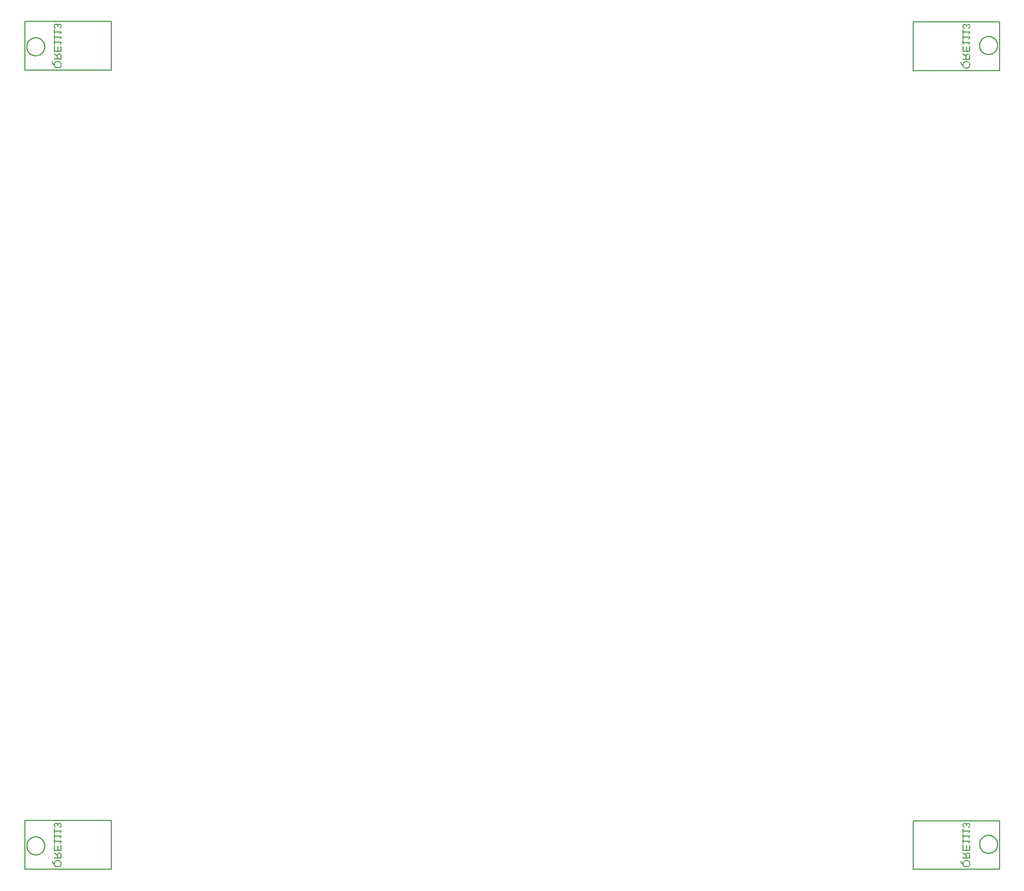
<source format=gbr>
G04 EAGLE Gerber RS-274X export*
G75*
%MOMM*%
%FSLAX34Y34*%
%LPD*%
%INSilkscreen Bottom*%
%IPPOS*%
%AMOC8*
5,1,8,0,0,1.08239X$1,22.5*%
G01*
G04 Define Apertures*
%ADD10C,0.127000*%
G36*
X55757Y7962D02*
X55298Y7972D01*
X54853Y8003D01*
X54422Y8055D01*
X54005Y8127D01*
X53602Y8220D01*
X53213Y8334D01*
X52838Y8468D01*
X52477Y8623D01*
X52133Y8797D01*
X51809Y8991D01*
X51504Y9203D01*
X51218Y9433D01*
X50952Y9682D01*
X50705Y9950D01*
X50478Y10236D01*
X50270Y10541D01*
X50083Y10863D01*
X49918Y11199D01*
X49775Y11551D01*
X49654Y11917D01*
X49555Y12298D01*
X49478Y12695D01*
X49423Y13106D01*
X49390Y13532D01*
X48968Y13673D01*
X48577Y13823D01*
X48217Y13983D01*
X47889Y14153D01*
X47592Y14332D01*
X47326Y14521D01*
X47092Y14720D01*
X46889Y14929D01*
X46714Y15150D01*
X46562Y15385D01*
X46433Y15635D01*
X46328Y15900D01*
X46246Y16179D01*
X46187Y16474D01*
X46152Y16782D01*
X46140Y17105D01*
X46153Y17482D01*
X46189Y17867D01*
X46249Y18262D01*
X46333Y18665D01*
X47507Y18665D01*
X47421Y18150D01*
X47400Y17901D01*
X47393Y17657D01*
X47401Y17439D01*
X47424Y17230D01*
X47462Y17031D01*
X47516Y16842D01*
X47585Y16662D01*
X47669Y16492D01*
X47768Y16332D01*
X47883Y16181D01*
X48016Y16039D01*
X48167Y15904D01*
X48338Y15776D01*
X48527Y15655D01*
X48964Y15433D01*
X49477Y15240D01*
X49576Y15809D01*
X49717Y16345D01*
X49901Y16850D01*
X50128Y17322D01*
X50398Y17763D01*
X50711Y18171D01*
X51067Y18548D01*
X51466Y18892D01*
X51901Y19200D01*
X52364Y19467D01*
X52857Y19693D01*
X53379Y19878D01*
X53930Y20021D01*
X54510Y20124D01*
X55119Y20185D01*
X55757Y20206D01*
X56235Y20195D01*
X56697Y20160D01*
X57143Y20103D01*
X57573Y20023D01*
X57986Y19920D01*
X58383Y19795D01*
X58764Y19646D01*
X59129Y19475D01*
X59476Y19282D01*
X59801Y19068D01*
X60105Y18834D01*
X60387Y18580D01*
X60649Y18306D01*
X60889Y18011D01*
X61108Y17695D01*
X61306Y17359D01*
X61481Y17006D01*
X61633Y16636D01*
X61762Y16251D01*
X61868Y15851D01*
X61949Y15435D01*
X62008Y15003D01*
X62043Y14556D01*
X62055Y14093D01*
X62048Y13736D01*
X62029Y13390D01*
X61996Y13053D01*
X61950Y12727D01*
X61892Y12410D01*
X61820Y12103D01*
X61735Y11807D01*
X61638Y11520D01*
X61527Y11243D01*
X61403Y10976D01*
X61266Y10719D01*
X61116Y10471D01*
X60953Y10234D01*
X60777Y10007D01*
X60386Y9582D01*
X59949Y9202D01*
X59471Y8873D01*
X59217Y8727D01*
X58953Y8595D01*
X58679Y8474D01*
X58395Y8367D01*
X58100Y8272D01*
X57796Y8189D01*
X57481Y8120D01*
X57157Y8063D01*
X56822Y8019D01*
X56477Y7987D01*
X56122Y7968D01*
X55757Y7962D01*
G37*
%LPC*%
G36*
X55757Y9661D02*
X56326Y9679D01*
X56861Y9733D01*
X57365Y9823D01*
X57835Y9950D01*
X58273Y10112D01*
X58679Y10311D01*
X59052Y10546D01*
X59392Y10817D01*
X59696Y11121D01*
X59959Y11455D01*
X60182Y11819D01*
X60364Y12214D01*
X60506Y12638D01*
X60607Y13093D01*
X60668Y13578D01*
X60688Y14093D01*
X60668Y14603D01*
X60606Y15084D01*
X60504Y15535D01*
X60360Y15957D01*
X60175Y16349D01*
X59949Y16711D01*
X59683Y17044D01*
X59375Y17346D01*
X59031Y17616D01*
X58656Y17850D01*
X58250Y18048D01*
X57813Y18210D01*
X57346Y18336D01*
X56847Y18426D01*
X56318Y18480D01*
X55757Y18498D01*
X55172Y18480D01*
X54621Y18427D01*
X54104Y18337D01*
X53621Y18212D01*
X53173Y18052D01*
X52758Y17855D01*
X52377Y17623D01*
X52031Y17355D01*
X51722Y17054D01*
X51454Y16721D01*
X51227Y16358D01*
X51042Y15964D01*
X50898Y15538D01*
X50795Y15081D01*
X50733Y14594D01*
X50712Y14075D01*
X50734Y13570D01*
X50798Y13094D01*
X50904Y12646D01*
X51053Y12226D01*
X51244Y11834D01*
X51479Y11471D01*
X51755Y11136D01*
X52074Y10830D01*
X52430Y10556D01*
X52815Y10318D01*
X53231Y10117D01*
X53676Y9953D01*
X54151Y9825D01*
X54657Y9734D01*
X55192Y9679D01*
X55757Y9661D01*
G37*
%LPD*%
G36*
X61871Y22521D02*
X49530Y22521D01*
X49530Y24194D01*
X54654Y24194D01*
X54654Y28039D01*
X49530Y31244D01*
X49530Y33171D01*
X52583Y31159D01*
X54846Y29668D01*
X54919Y30011D01*
X55012Y30335D01*
X55128Y30640D01*
X55265Y30926D01*
X55357Y31082D01*
X55423Y31193D01*
X55604Y31441D01*
X55805Y31670D01*
X56029Y31879D01*
X56270Y32067D01*
X56525Y32230D01*
X56793Y32368D01*
X57075Y32480D01*
X57371Y32568D01*
X57681Y32631D01*
X58004Y32668D01*
X58341Y32681D01*
X58746Y32663D01*
X59127Y32610D01*
X59486Y32521D01*
X59822Y32397D01*
X60136Y32238D01*
X60426Y32043D01*
X60693Y31812D01*
X60938Y31547D01*
X61157Y31248D01*
X61346Y30920D01*
X61506Y30562D01*
X61638Y30175D01*
X61740Y29758D01*
X61812Y29311D01*
X61856Y28834D01*
X61871Y28328D01*
X61871Y22521D01*
G37*
%LPC*%
G36*
X60531Y24194D02*
X60531Y28161D01*
X60522Y28495D01*
X60495Y28809D01*
X60451Y29102D01*
X60390Y29376D01*
X60310Y29629D01*
X60213Y29862D01*
X60098Y30075D01*
X59966Y30268D01*
X59817Y30439D01*
X59651Y30588D01*
X59470Y30714D01*
X59273Y30816D01*
X59060Y30896D01*
X58830Y30953D01*
X58585Y30988D01*
X58324Y30999D01*
X58053Y30988D01*
X57798Y30954D01*
X57559Y30898D01*
X57335Y30819D01*
X57126Y30717D01*
X56933Y30593D01*
X56756Y30446D01*
X56594Y30277D01*
X56449Y30087D01*
X56324Y29878D01*
X56217Y29650D01*
X56131Y29404D01*
X56063Y29139D01*
X56015Y28855D01*
X55986Y28553D01*
X55976Y28232D01*
X55976Y24194D01*
X60531Y24194D01*
G37*
%LPD*%
G36*
X61871Y35458D02*
X49530Y35458D01*
X49530Y45180D01*
X50896Y45180D01*
X50896Y37131D01*
X55197Y37131D01*
X55197Y44296D01*
X56546Y44296D01*
X56546Y37131D01*
X60504Y37131D01*
X60504Y44821D01*
X61871Y44821D01*
X61871Y35458D01*
G37*
G36*
X52701Y73920D02*
X52299Y73987D01*
X51924Y74082D01*
X51573Y74205D01*
X51248Y74357D01*
X50948Y74537D01*
X50673Y74745D01*
X50424Y74982D01*
X50200Y75247D01*
X50002Y75538D01*
X49830Y75853D01*
X49685Y76191D01*
X49566Y76553D01*
X49474Y76939D01*
X49408Y77348D01*
X49368Y77781D01*
X49355Y78238D01*
X49370Y78727D01*
X49413Y79187D01*
X49487Y79618D01*
X49589Y80020D01*
X49721Y80394D01*
X49882Y80738D01*
X50072Y81053D01*
X50292Y81339D01*
X50538Y81593D01*
X50809Y81814D01*
X51103Y82000D01*
X51422Y82153D01*
X51765Y82272D01*
X52131Y82357D01*
X52522Y82408D01*
X52937Y82425D01*
X53226Y82413D01*
X53503Y82377D01*
X53767Y82316D01*
X54019Y82232D01*
X54258Y82124D01*
X54484Y81991D01*
X54698Y81835D01*
X54899Y81654D01*
X55084Y81452D01*
X55249Y81230D01*
X55395Y80990D01*
X55521Y80730D01*
X55627Y80451D01*
X55714Y80153D01*
X55780Y79836D01*
X55827Y79499D01*
X55862Y79499D01*
X55936Y79805D01*
X56024Y80092D01*
X56127Y80361D01*
X56245Y80611D01*
X56377Y80842D01*
X56525Y81054D01*
X56688Y81247D01*
X56865Y81422D01*
X57057Y81577D01*
X57263Y81711D01*
X57483Y81825D01*
X57716Y81918D01*
X57963Y81990D01*
X58224Y82042D01*
X58499Y82073D01*
X58788Y82083D01*
X59163Y82067D01*
X59516Y82019D01*
X59848Y81938D01*
X60160Y81826D01*
X60450Y81681D01*
X60718Y81504D01*
X60966Y81295D01*
X61192Y81054D01*
X61394Y80784D01*
X61569Y80488D01*
X61718Y80166D01*
X61839Y79818D01*
X61933Y79444D01*
X62001Y79045D01*
X62041Y78619D01*
X62055Y78168D01*
X62041Y77753D01*
X62002Y77357D01*
X61935Y76981D01*
X61842Y76623D01*
X61723Y76285D01*
X61577Y75967D01*
X61404Y75667D01*
X61205Y75387D01*
X60982Y75131D01*
X60739Y74903D01*
X60474Y74703D01*
X60189Y74532D01*
X59883Y74389D01*
X59556Y74275D01*
X59209Y74188D01*
X58840Y74130D01*
X58718Y75716D01*
X58954Y75750D01*
X59176Y75802D01*
X59385Y75870D01*
X59580Y75955D01*
X59762Y76057D01*
X59930Y76176D01*
X60084Y76312D01*
X60224Y76465D01*
X60349Y76632D01*
X60458Y76811D01*
X60550Y77003D01*
X60625Y77208D01*
X60683Y77425D01*
X60725Y77654D01*
X60750Y77896D01*
X60758Y78151D01*
X60749Y78429D01*
X60723Y78689D01*
X60678Y78932D01*
X60615Y79157D01*
X60534Y79364D01*
X60436Y79554D01*
X60319Y79726D01*
X60185Y79880D01*
X60035Y80017D01*
X59872Y80135D01*
X59696Y80235D01*
X59507Y80317D01*
X59305Y80381D01*
X59090Y80426D01*
X58862Y80454D01*
X58621Y80463D01*
X58379Y80452D01*
X58149Y80418D01*
X57933Y80362D01*
X57731Y80284D01*
X57543Y80184D01*
X57368Y80061D01*
X57206Y79916D01*
X57058Y79749D01*
X56926Y79561D01*
X56811Y79356D01*
X56714Y79132D01*
X56634Y78890D01*
X56572Y78629D01*
X56528Y78351D01*
X56502Y78054D01*
X56493Y77739D01*
X56493Y76881D01*
X55127Y76881D01*
X55127Y77774D01*
X55118Y78129D01*
X55091Y78462D01*
X55047Y78774D01*
X54985Y79065D01*
X54906Y79334D01*
X54809Y79581D01*
X54694Y79807D01*
X54562Y80012D01*
X54414Y80193D01*
X54252Y80351D01*
X54076Y80484D01*
X53886Y80593D01*
X53683Y80678D01*
X53466Y80738D01*
X53235Y80775D01*
X52990Y80787D01*
X52709Y80776D01*
X52447Y80744D01*
X52203Y80691D01*
X51976Y80617D01*
X51767Y80522D01*
X51576Y80405D01*
X51402Y80267D01*
X51247Y80108D01*
X51109Y79930D01*
X50990Y79737D01*
X50889Y79527D01*
X50807Y79301D01*
X50742Y79059D01*
X50697Y78802D01*
X50669Y78528D01*
X50660Y78238D01*
X50668Y77949D01*
X50694Y77677D01*
X50737Y77420D01*
X50797Y77180D01*
X50874Y76956D01*
X50968Y76747D01*
X51079Y76555D01*
X51207Y76379D01*
X51353Y76219D01*
X51515Y76075D01*
X51695Y75947D01*
X51892Y75836D01*
X52105Y75740D01*
X52336Y75660D01*
X52584Y75597D01*
X52849Y75549D01*
X52701Y73920D01*
G37*
G36*
X50870Y47322D02*
X49530Y47322D01*
X49530Y55056D01*
X50870Y55056D01*
X50870Y52052D01*
X61871Y52052D01*
X61871Y50598D01*
X59865Y47681D01*
X58376Y47681D01*
X60364Y50466D01*
X50870Y50466D01*
X50870Y47322D01*
G37*
G36*
X50870Y55978D02*
X49530Y55978D01*
X49530Y63712D01*
X50870Y63712D01*
X50870Y60708D01*
X61871Y60708D01*
X61871Y59254D01*
X59865Y56337D01*
X58376Y56337D01*
X60364Y59123D01*
X50870Y59123D01*
X50870Y55978D01*
G37*
G36*
X50870Y64635D02*
X49530Y64635D01*
X49530Y72368D01*
X50870Y72368D01*
X50870Y69364D01*
X61871Y69364D01*
X61871Y67910D01*
X59865Y64994D01*
X58376Y64994D01*
X60364Y67779D01*
X50870Y67779D01*
X50870Y64635D01*
G37*
G36*
X55757Y1339813D02*
X55298Y1339823D01*
X54853Y1339854D01*
X54422Y1339906D01*
X54005Y1339978D01*
X53602Y1340071D01*
X53213Y1340185D01*
X52838Y1340319D01*
X52477Y1340474D01*
X52133Y1340648D01*
X51809Y1340842D01*
X51504Y1341054D01*
X51218Y1341284D01*
X50952Y1341533D01*
X50705Y1341801D01*
X50478Y1342087D01*
X50270Y1342392D01*
X50083Y1342714D01*
X49918Y1343050D01*
X49775Y1343402D01*
X49654Y1343768D01*
X49555Y1344149D01*
X49478Y1344546D01*
X49423Y1344957D01*
X49390Y1345383D01*
X48968Y1345524D01*
X48577Y1345674D01*
X48217Y1345834D01*
X47889Y1346004D01*
X47592Y1346183D01*
X47326Y1346372D01*
X47092Y1346571D01*
X46889Y1346780D01*
X46714Y1347001D01*
X46562Y1347236D01*
X46433Y1347486D01*
X46328Y1347751D01*
X46246Y1348030D01*
X46187Y1348325D01*
X46152Y1348633D01*
X46140Y1348956D01*
X46153Y1349333D01*
X46189Y1349718D01*
X46249Y1350113D01*
X46333Y1350516D01*
X47507Y1350516D01*
X47421Y1350001D01*
X47400Y1349752D01*
X47393Y1349508D01*
X47401Y1349290D01*
X47424Y1349081D01*
X47462Y1348882D01*
X47516Y1348693D01*
X47585Y1348513D01*
X47669Y1348343D01*
X47768Y1348183D01*
X47883Y1348032D01*
X48016Y1347890D01*
X48167Y1347755D01*
X48338Y1347627D01*
X48527Y1347506D01*
X48964Y1347284D01*
X49477Y1347091D01*
X49576Y1347660D01*
X49717Y1348196D01*
X49901Y1348701D01*
X50128Y1349173D01*
X50398Y1349614D01*
X50711Y1350022D01*
X51067Y1350399D01*
X51466Y1350743D01*
X51901Y1351051D01*
X52364Y1351318D01*
X52857Y1351544D01*
X53379Y1351729D01*
X53930Y1351872D01*
X54510Y1351975D01*
X55119Y1352036D01*
X55757Y1352057D01*
X56235Y1352046D01*
X56697Y1352011D01*
X57143Y1351954D01*
X57573Y1351874D01*
X57986Y1351771D01*
X58383Y1351646D01*
X58764Y1351497D01*
X59129Y1351326D01*
X59476Y1351133D01*
X59801Y1350919D01*
X60105Y1350685D01*
X60387Y1350431D01*
X60649Y1350157D01*
X60889Y1349862D01*
X61108Y1349546D01*
X61306Y1349210D01*
X61481Y1348857D01*
X61633Y1348487D01*
X61762Y1348102D01*
X61868Y1347702D01*
X61949Y1347286D01*
X62008Y1346854D01*
X62043Y1346407D01*
X62055Y1345944D01*
X62048Y1345587D01*
X62029Y1345241D01*
X61996Y1344904D01*
X61950Y1344578D01*
X61892Y1344261D01*
X61820Y1343954D01*
X61735Y1343658D01*
X61638Y1343371D01*
X61527Y1343094D01*
X61403Y1342827D01*
X61266Y1342570D01*
X61116Y1342322D01*
X60953Y1342085D01*
X60777Y1341858D01*
X60386Y1341433D01*
X59949Y1341053D01*
X59471Y1340724D01*
X59217Y1340578D01*
X58953Y1340446D01*
X58679Y1340325D01*
X58395Y1340218D01*
X58100Y1340123D01*
X57796Y1340040D01*
X57481Y1339971D01*
X57157Y1339914D01*
X56822Y1339870D01*
X56477Y1339838D01*
X56122Y1339819D01*
X55757Y1339813D01*
G37*
%LPC*%
G36*
X55757Y1341512D02*
X56326Y1341530D01*
X56861Y1341584D01*
X57365Y1341674D01*
X57835Y1341801D01*
X58273Y1341963D01*
X58679Y1342162D01*
X59052Y1342397D01*
X59392Y1342668D01*
X59696Y1342972D01*
X59959Y1343306D01*
X60182Y1343670D01*
X60364Y1344065D01*
X60506Y1344489D01*
X60607Y1344944D01*
X60668Y1345429D01*
X60688Y1345944D01*
X60668Y1346454D01*
X60606Y1346935D01*
X60504Y1347386D01*
X60360Y1347808D01*
X60175Y1348200D01*
X59949Y1348562D01*
X59683Y1348895D01*
X59375Y1349197D01*
X59031Y1349467D01*
X58656Y1349701D01*
X58250Y1349899D01*
X57813Y1350061D01*
X57346Y1350187D01*
X56847Y1350277D01*
X56318Y1350331D01*
X55757Y1350349D01*
X55172Y1350331D01*
X54621Y1350278D01*
X54104Y1350188D01*
X53621Y1350063D01*
X53173Y1349903D01*
X52758Y1349706D01*
X52377Y1349474D01*
X52031Y1349206D01*
X51722Y1348905D01*
X51454Y1348572D01*
X51227Y1348209D01*
X51042Y1347815D01*
X50898Y1347389D01*
X50795Y1346932D01*
X50733Y1346445D01*
X50712Y1345926D01*
X50734Y1345421D01*
X50798Y1344945D01*
X50904Y1344497D01*
X51053Y1344077D01*
X51244Y1343685D01*
X51479Y1343322D01*
X51755Y1342987D01*
X52074Y1342681D01*
X52430Y1342407D01*
X52815Y1342169D01*
X53231Y1341968D01*
X53676Y1341804D01*
X54151Y1341676D01*
X54657Y1341585D01*
X55192Y1341530D01*
X55757Y1341512D01*
G37*
%LPD*%
G36*
X61871Y1354372D02*
X49530Y1354372D01*
X49530Y1356045D01*
X54654Y1356045D01*
X54654Y1359890D01*
X49530Y1363095D01*
X49530Y1365022D01*
X52583Y1363010D01*
X54846Y1361519D01*
X54919Y1361862D01*
X55012Y1362186D01*
X55128Y1362491D01*
X55265Y1362777D01*
X55357Y1362933D01*
X55423Y1363044D01*
X55604Y1363292D01*
X55805Y1363521D01*
X56029Y1363730D01*
X56270Y1363918D01*
X56525Y1364081D01*
X56793Y1364219D01*
X57075Y1364331D01*
X57371Y1364419D01*
X57681Y1364482D01*
X58004Y1364519D01*
X58341Y1364532D01*
X58746Y1364514D01*
X59127Y1364461D01*
X59486Y1364372D01*
X59822Y1364248D01*
X60136Y1364089D01*
X60426Y1363894D01*
X60693Y1363663D01*
X60938Y1363398D01*
X61157Y1363099D01*
X61346Y1362771D01*
X61506Y1362413D01*
X61638Y1362026D01*
X61740Y1361609D01*
X61812Y1361162D01*
X61856Y1360685D01*
X61871Y1360179D01*
X61871Y1354372D01*
G37*
%LPC*%
G36*
X60531Y1356045D02*
X60531Y1360012D01*
X60522Y1360346D01*
X60495Y1360660D01*
X60451Y1360953D01*
X60390Y1361227D01*
X60310Y1361480D01*
X60213Y1361713D01*
X60098Y1361926D01*
X59966Y1362119D01*
X59817Y1362290D01*
X59651Y1362439D01*
X59470Y1362565D01*
X59273Y1362667D01*
X59060Y1362747D01*
X58830Y1362804D01*
X58585Y1362839D01*
X58324Y1362850D01*
X58053Y1362839D01*
X57798Y1362805D01*
X57559Y1362749D01*
X57335Y1362670D01*
X57126Y1362568D01*
X56933Y1362444D01*
X56756Y1362297D01*
X56594Y1362128D01*
X56449Y1361938D01*
X56324Y1361729D01*
X56217Y1361501D01*
X56131Y1361255D01*
X56063Y1360990D01*
X56015Y1360706D01*
X55986Y1360404D01*
X55976Y1360083D01*
X55976Y1356045D01*
X60531Y1356045D01*
G37*
%LPD*%
G36*
X61871Y1367309D02*
X49530Y1367309D01*
X49530Y1377031D01*
X50896Y1377031D01*
X50896Y1368982D01*
X55197Y1368982D01*
X55197Y1376147D01*
X56546Y1376147D01*
X56546Y1368982D01*
X60504Y1368982D01*
X60504Y1376672D01*
X61871Y1376672D01*
X61871Y1367309D01*
G37*
G36*
X52701Y1405771D02*
X52299Y1405838D01*
X51924Y1405933D01*
X51573Y1406056D01*
X51248Y1406208D01*
X50948Y1406388D01*
X50673Y1406596D01*
X50424Y1406833D01*
X50200Y1407098D01*
X50002Y1407389D01*
X49830Y1407704D01*
X49685Y1408042D01*
X49566Y1408404D01*
X49474Y1408790D01*
X49408Y1409199D01*
X49368Y1409632D01*
X49355Y1410089D01*
X49370Y1410578D01*
X49413Y1411038D01*
X49487Y1411469D01*
X49589Y1411871D01*
X49721Y1412245D01*
X49882Y1412589D01*
X50072Y1412904D01*
X50292Y1413190D01*
X50538Y1413444D01*
X50809Y1413665D01*
X51103Y1413851D01*
X51422Y1414004D01*
X51765Y1414123D01*
X52131Y1414208D01*
X52522Y1414259D01*
X52937Y1414276D01*
X53226Y1414264D01*
X53503Y1414228D01*
X53767Y1414167D01*
X54019Y1414083D01*
X54258Y1413975D01*
X54484Y1413842D01*
X54698Y1413686D01*
X54899Y1413505D01*
X55084Y1413303D01*
X55249Y1413081D01*
X55395Y1412841D01*
X55521Y1412581D01*
X55627Y1412302D01*
X55714Y1412004D01*
X55780Y1411687D01*
X55827Y1411350D01*
X55862Y1411350D01*
X55936Y1411656D01*
X56024Y1411943D01*
X56127Y1412212D01*
X56245Y1412462D01*
X56377Y1412693D01*
X56525Y1412905D01*
X56688Y1413098D01*
X56865Y1413273D01*
X57057Y1413428D01*
X57263Y1413562D01*
X57483Y1413676D01*
X57716Y1413769D01*
X57963Y1413841D01*
X58224Y1413893D01*
X58499Y1413924D01*
X58788Y1413934D01*
X59163Y1413918D01*
X59516Y1413870D01*
X59848Y1413789D01*
X60160Y1413677D01*
X60450Y1413532D01*
X60718Y1413355D01*
X60966Y1413146D01*
X61192Y1412905D01*
X61394Y1412635D01*
X61569Y1412339D01*
X61718Y1412017D01*
X61839Y1411669D01*
X61933Y1411295D01*
X62001Y1410896D01*
X62041Y1410470D01*
X62055Y1410019D01*
X62041Y1409604D01*
X62002Y1409208D01*
X61935Y1408832D01*
X61842Y1408474D01*
X61723Y1408136D01*
X61577Y1407818D01*
X61404Y1407518D01*
X61205Y1407238D01*
X60982Y1406982D01*
X60739Y1406754D01*
X60474Y1406554D01*
X60189Y1406383D01*
X59883Y1406240D01*
X59556Y1406126D01*
X59209Y1406039D01*
X58840Y1405981D01*
X58718Y1407567D01*
X58954Y1407601D01*
X59176Y1407653D01*
X59385Y1407721D01*
X59580Y1407806D01*
X59762Y1407908D01*
X59930Y1408027D01*
X60084Y1408163D01*
X60224Y1408316D01*
X60349Y1408483D01*
X60458Y1408662D01*
X60550Y1408854D01*
X60625Y1409059D01*
X60683Y1409276D01*
X60725Y1409505D01*
X60750Y1409747D01*
X60758Y1410002D01*
X60749Y1410280D01*
X60723Y1410540D01*
X60678Y1410783D01*
X60615Y1411008D01*
X60534Y1411215D01*
X60436Y1411405D01*
X60319Y1411577D01*
X60185Y1411731D01*
X60035Y1411868D01*
X59872Y1411986D01*
X59696Y1412086D01*
X59507Y1412168D01*
X59305Y1412232D01*
X59090Y1412277D01*
X58862Y1412305D01*
X58621Y1412314D01*
X58379Y1412303D01*
X58149Y1412269D01*
X57933Y1412213D01*
X57731Y1412135D01*
X57543Y1412035D01*
X57368Y1411912D01*
X57206Y1411767D01*
X57058Y1411600D01*
X56926Y1411412D01*
X56811Y1411207D01*
X56714Y1410983D01*
X56634Y1410741D01*
X56572Y1410480D01*
X56528Y1410202D01*
X56502Y1409905D01*
X56493Y1409590D01*
X56493Y1408732D01*
X55127Y1408732D01*
X55127Y1409625D01*
X55118Y1409980D01*
X55091Y1410313D01*
X55047Y1410625D01*
X54985Y1410916D01*
X54906Y1411185D01*
X54809Y1411432D01*
X54694Y1411658D01*
X54562Y1411863D01*
X54414Y1412044D01*
X54252Y1412202D01*
X54076Y1412335D01*
X53886Y1412444D01*
X53683Y1412529D01*
X53466Y1412589D01*
X53235Y1412626D01*
X52990Y1412638D01*
X52709Y1412627D01*
X52447Y1412595D01*
X52203Y1412542D01*
X51976Y1412468D01*
X51767Y1412373D01*
X51576Y1412256D01*
X51402Y1412118D01*
X51247Y1411959D01*
X51109Y1411781D01*
X50990Y1411588D01*
X50889Y1411378D01*
X50807Y1411152D01*
X50742Y1410910D01*
X50697Y1410653D01*
X50669Y1410379D01*
X50660Y1410089D01*
X50668Y1409800D01*
X50694Y1409528D01*
X50737Y1409271D01*
X50797Y1409031D01*
X50874Y1408807D01*
X50968Y1408598D01*
X51079Y1408406D01*
X51207Y1408230D01*
X51353Y1408070D01*
X51515Y1407926D01*
X51695Y1407798D01*
X51892Y1407687D01*
X52105Y1407591D01*
X52336Y1407511D01*
X52584Y1407448D01*
X52849Y1407400D01*
X52701Y1405771D01*
G37*
G36*
X50870Y1379173D02*
X49530Y1379173D01*
X49530Y1386907D01*
X50870Y1386907D01*
X50870Y1383903D01*
X61871Y1383903D01*
X61871Y1382449D01*
X59865Y1379532D01*
X58376Y1379532D01*
X60364Y1382317D01*
X50870Y1382317D01*
X50870Y1379173D01*
G37*
G36*
X50870Y1387829D02*
X49530Y1387829D01*
X49530Y1395563D01*
X50870Y1395563D01*
X50870Y1392559D01*
X61871Y1392559D01*
X61871Y1391105D01*
X59865Y1388188D01*
X58376Y1388188D01*
X60364Y1390974D01*
X50870Y1390974D01*
X50870Y1387829D01*
G37*
G36*
X50870Y1396486D02*
X49530Y1396486D01*
X49530Y1404219D01*
X50870Y1404219D01*
X50870Y1401215D01*
X61871Y1401215D01*
X61871Y1399761D01*
X59865Y1396845D01*
X58376Y1396845D01*
X60364Y1399630D01*
X50870Y1399630D01*
X50870Y1396486D01*
G37*
G36*
X1569597Y1339520D02*
X1569138Y1339530D01*
X1568693Y1339561D01*
X1568262Y1339613D01*
X1567845Y1339685D01*
X1567442Y1339778D01*
X1567053Y1339892D01*
X1566678Y1340026D01*
X1566317Y1340181D01*
X1565973Y1340356D01*
X1565649Y1340549D01*
X1565344Y1340761D01*
X1565058Y1340991D01*
X1564792Y1341240D01*
X1564545Y1341508D01*
X1564318Y1341794D01*
X1564110Y1342099D01*
X1563923Y1342421D01*
X1563758Y1342757D01*
X1563615Y1343109D01*
X1563494Y1343475D01*
X1563395Y1343857D01*
X1563318Y1344253D01*
X1563263Y1344664D01*
X1563230Y1345090D01*
X1562808Y1345231D01*
X1562417Y1345381D01*
X1562057Y1345541D01*
X1561729Y1345711D01*
X1561432Y1345890D01*
X1561166Y1346080D01*
X1560932Y1346279D01*
X1560729Y1346487D01*
X1560554Y1346708D01*
X1560402Y1346943D01*
X1560273Y1347194D01*
X1560168Y1347458D01*
X1560086Y1347738D01*
X1560027Y1348032D01*
X1559992Y1348340D01*
X1559980Y1348664D01*
X1559993Y1349040D01*
X1560029Y1349426D01*
X1560089Y1349820D01*
X1560173Y1350223D01*
X1561347Y1350223D01*
X1561261Y1349708D01*
X1561240Y1349459D01*
X1561233Y1349215D01*
X1561241Y1348997D01*
X1561264Y1348788D01*
X1561302Y1348589D01*
X1561356Y1348400D01*
X1561425Y1348220D01*
X1561509Y1348050D01*
X1561608Y1347890D01*
X1561723Y1347740D01*
X1561856Y1347598D01*
X1562007Y1347462D01*
X1562178Y1347334D01*
X1562367Y1347213D01*
X1562804Y1346992D01*
X1563317Y1346798D01*
X1563416Y1347367D01*
X1563557Y1347903D01*
X1563741Y1348408D01*
X1563968Y1348880D01*
X1564238Y1349321D01*
X1564551Y1349729D01*
X1564907Y1350106D01*
X1565306Y1350450D01*
X1565741Y1350758D01*
X1566204Y1351025D01*
X1566697Y1351251D01*
X1567219Y1351436D01*
X1567770Y1351579D01*
X1568350Y1351682D01*
X1568959Y1351744D01*
X1569597Y1351764D01*
X1570075Y1351753D01*
X1570537Y1351718D01*
X1570983Y1351661D01*
X1571413Y1351581D01*
X1571826Y1351479D01*
X1572223Y1351353D01*
X1572604Y1351204D01*
X1572969Y1351033D01*
X1573316Y1350840D01*
X1573641Y1350626D01*
X1573945Y1350393D01*
X1574227Y1350138D01*
X1574489Y1349864D01*
X1574729Y1349569D01*
X1574948Y1349253D01*
X1575146Y1348918D01*
X1575321Y1348564D01*
X1575473Y1348195D01*
X1575602Y1347810D01*
X1575708Y1347409D01*
X1575789Y1346993D01*
X1575848Y1346561D01*
X1575883Y1346114D01*
X1575895Y1345651D01*
X1575888Y1345294D01*
X1575869Y1344948D01*
X1575836Y1344611D01*
X1575790Y1344285D01*
X1575732Y1343968D01*
X1575660Y1343662D01*
X1575575Y1343365D01*
X1575478Y1343078D01*
X1575367Y1342801D01*
X1575243Y1342534D01*
X1575106Y1342277D01*
X1574956Y1342030D01*
X1574793Y1341792D01*
X1574617Y1341565D01*
X1574226Y1341140D01*
X1573789Y1340760D01*
X1573311Y1340431D01*
X1573057Y1340286D01*
X1572793Y1340153D01*
X1572519Y1340032D01*
X1572235Y1339925D01*
X1571940Y1339830D01*
X1571636Y1339748D01*
X1571321Y1339678D01*
X1570997Y1339621D01*
X1570662Y1339577D01*
X1570317Y1339545D01*
X1569962Y1339526D01*
X1569597Y1339520D01*
G37*
%LPC*%
G36*
X1569597Y1341219D02*
X1570166Y1341237D01*
X1570701Y1341291D01*
X1571205Y1341381D01*
X1571675Y1341508D01*
X1572113Y1341671D01*
X1572519Y1341869D01*
X1572892Y1342104D01*
X1573232Y1342375D01*
X1573536Y1342679D01*
X1573799Y1343013D01*
X1574022Y1343378D01*
X1574204Y1343772D01*
X1574346Y1344197D01*
X1574447Y1344651D01*
X1574508Y1345136D01*
X1574528Y1345651D01*
X1574508Y1346161D01*
X1574446Y1346642D01*
X1574344Y1347094D01*
X1574200Y1347515D01*
X1574015Y1347907D01*
X1573789Y1348269D01*
X1573523Y1348602D01*
X1573215Y1348905D01*
X1572871Y1349174D01*
X1572496Y1349408D01*
X1572090Y1349606D01*
X1571653Y1349768D01*
X1571186Y1349894D01*
X1570687Y1349984D01*
X1570158Y1350038D01*
X1569597Y1350056D01*
X1569012Y1350038D01*
X1568461Y1349985D01*
X1567944Y1349896D01*
X1567461Y1349771D01*
X1567013Y1349610D01*
X1566598Y1349413D01*
X1566217Y1349181D01*
X1565871Y1348913D01*
X1565562Y1348612D01*
X1565294Y1348280D01*
X1565067Y1347916D01*
X1564882Y1347522D01*
X1564738Y1347096D01*
X1564635Y1346640D01*
X1564573Y1346152D01*
X1564552Y1345633D01*
X1564574Y1345128D01*
X1564638Y1344652D01*
X1564744Y1344204D01*
X1564893Y1343784D01*
X1565084Y1343393D01*
X1565319Y1343029D01*
X1565595Y1342695D01*
X1565914Y1342388D01*
X1566270Y1342114D01*
X1566655Y1341877D01*
X1567071Y1341676D01*
X1567516Y1341511D01*
X1567991Y1341383D01*
X1568497Y1341292D01*
X1569032Y1341237D01*
X1569597Y1341219D01*
G37*
%LPD*%
G36*
X1575711Y1354079D02*
X1563370Y1354079D01*
X1563370Y1355752D01*
X1568494Y1355752D01*
X1568494Y1359597D01*
X1563370Y1362803D01*
X1563370Y1364729D01*
X1566423Y1362717D01*
X1568686Y1361226D01*
X1568759Y1361569D01*
X1568852Y1361893D01*
X1568968Y1362198D01*
X1569105Y1362484D01*
X1569197Y1362640D01*
X1569263Y1362751D01*
X1569444Y1362999D01*
X1569645Y1363228D01*
X1569869Y1363438D01*
X1570110Y1363625D01*
X1570365Y1363788D01*
X1570633Y1363926D01*
X1570915Y1364039D01*
X1571211Y1364126D01*
X1571521Y1364189D01*
X1571844Y1364226D01*
X1572181Y1364239D01*
X1572586Y1364221D01*
X1572967Y1364168D01*
X1573326Y1364080D01*
X1573662Y1363955D01*
X1573976Y1363796D01*
X1574266Y1363601D01*
X1574533Y1363371D01*
X1574778Y1363105D01*
X1574997Y1362806D01*
X1575186Y1362478D01*
X1575346Y1362120D01*
X1575478Y1361733D01*
X1575580Y1361316D01*
X1575652Y1360869D01*
X1575696Y1360392D01*
X1575711Y1359886D01*
X1575711Y1354079D01*
G37*
%LPC*%
G36*
X1574371Y1355752D02*
X1574371Y1359720D01*
X1574362Y1360053D01*
X1574335Y1360367D01*
X1574291Y1360660D01*
X1574230Y1360934D01*
X1574150Y1361187D01*
X1574053Y1361420D01*
X1573938Y1361633D01*
X1573806Y1361826D01*
X1573657Y1361997D01*
X1573491Y1362146D01*
X1573310Y1362272D01*
X1573113Y1362375D01*
X1572900Y1362455D01*
X1572670Y1362512D01*
X1572425Y1362546D01*
X1572164Y1362557D01*
X1571893Y1362546D01*
X1571638Y1362512D01*
X1571399Y1362456D01*
X1571175Y1362377D01*
X1570966Y1362275D01*
X1570773Y1362151D01*
X1570596Y1362004D01*
X1570434Y1361835D01*
X1570289Y1361645D01*
X1570164Y1361436D01*
X1570057Y1361208D01*
X1569971Y1360962D01*
X1569903Y1360697D01*
X1569855Y1360413D01*
X1569826Y1360111D01*
X1569816Y1359790D01*
X1569816Y1355752D01*
X1574371Y1355752D01*
G37*
%LPD*%
G36*
X1575711Y1367017D02*
X1563370Y1367017D01*
X1563370Y1376739D01*
X1564736Y1376739D01*
X1564736Y1368689D01*
X1569037Y1368689D01*
X1569037Y1375854D01*
X1570386Y1375854D01*
X1570386Y1368689D01*
X1574344Y1368689D01*
X1574344Y1376379D01*
X1575711Y1376379D01*
X1575711Y1367017D01*
G37*
G36*
X1566541Y1405478D02*
X1566139Y1405545D01*
X1565764Y1405640D01*
X1565413Y1405763D01*
X1565088Y1405915D01*
X1564788Y1406095D01*
X1564513Y1406304D01*
X1564264Y1406540D01*
X1564040Y1406805D01*
X1563842Y1407096D01*
X1563670Y1407411D01*
X1563525Y1407749D01*
X1563406Y1408111D01*
X1563314Y1408497D01*
X1563248Y1408906D01*
X1563208Y1409340D01*
X1563195Y1409796D01*
X1563210Y1410285D01*
X1563253Y1410745D01*
X1563327Y1411177D01*
X1563429Y1411579D01*
X1563561Y1411952D01*
X1563722Y1412296D01*
X1563912Y1412611D01*
X1564132Y1412897D01*
X1564378Y1413151D01*
X1564649Y1413372D01*
X1564943Y1413559D01*
X1565262Y1413711D01*
X1565605Y1413830D01*
X1565971Y1413915D01*
X1566362Y1413966D01*
X1566777Y1413983D01*
X1567066Y1413971D01*
X1567343Y1413935D01*
X1567607Y1413874D01*
X1567859Y1413790D01*
X1568098Y1413682D01*
X1568324Y1413549D01*
X1568538Y1413393D01*
X1568739Y1413212D01*
X1568924Y1413010D01*
X1569089Y1412788D01*
X1569235Y1412548D01*
X1569361Y1412288D01*
X1569467Y1412009D01*
X1569554Y1411711D01*
X1569620Y1411394D01*
X1569667Y1411058D01*
X1569702Y1411058D01*
X1569776Y1411363D01*
X1569864Y1411651D01*
X1569967Y1411919D01*
X1570085Y1412169D01*
X1570217Y1412400D01*
X1570365Y1412612D01*
X1570528Y1412805D01*
X1570705Y1412980D01*
X1570897Y1413135D01*
X1571103Y1413269D01*
X1571323Y1413383D01*
X1571556Y1413476D01*
X1571803Y1413548D01*
X1572064Y1413600D01*
X1572339Y1413631D01*
X1572628Y1413641D01*
X1573003Y1413625D01*
X1573356Y1413577D01*
X1573688Y1413497D01*
X1574000Y1413384D01*
X1574290Y1413239D01*
X1574558Y1413062D01*
X1574806Y1412853D01*
X1575032Y1412612D01*
X1575234Y1412342D01*
X1575409Y1412046D01*
X1575558Y1411724D01*
X1575679Y1411376D01*
X1575773Y1411002D01*
X1575841Y1410603D01*
X1575881Y1410177D01*
X1575895Y1409726D01*
X1575881Y1409311D01*
X1575842Y1408915D01*
X1575775Y1408539D01*
X1575682Y1408181D01*
X1575563Y1407843D01*
X1575417Y1407525D01*
X1575244Y1407225D01*
X1575045Y1406945D01*
X1574822Y1406689D01*
X1574579Y1406461D01*
X1574314Y1406262D01*
X1574029Y1406090D01*
X1573723Y1405947D01*
X1573396Y1405833D01*
X1573049Y1405746D01*
X1572680Y1405689D01*
X1572558Y1407274D01*
X1572794Y1407309D01*
X1573016Y1407360D01*
X1573225Y1407428D01*
X1573420Y1407514D01*
X1573602Y1407616D01*
X1573770Y1407734D01*
X1573924Y1407870D01*
X1574064Y1408023D01*
X1574189Y1408190D01*
X1574298Y1408369D01*
X1574390Y1408562D01*
X1574465Y1408766D01*
X1574523Y1408983D01*
X1574565Y1409212D01*
X1574590Y1409454D01*
X1574598Y1409709D01*
X1574589Y1409987D01*
X1574563Y1410247D01*
X1574518Y1410490D01*
X1574455Y1410715D01*
X1574374Y1410922D01*
X1574276Y1411112D01*
X1574159Y1411284D01*
X1574025Y1411439D01*
X1573875Y1411575D01*
X1573712Y1411693D01*
X1573536Y1411793D01*
X1573347Y1411875D01*
X1573145Y1411939D01*
X1572930Y1411985D01*
X1572702Y1412012D01*
X1572461Y1412021D01*
X1572219Y1412010D01*
X1571989Y1411976D01*
X1571773Y1411921D01*
X1571571Y1411843D01*
X1571383Y1411742D01*
X1571208Y1411619D01*
X1571046Y1411474D01*
X1570898Y1411307D01*
X1570766Y1411120D01*
X1570651Y1410914D01*
X1570554Y1410690D01*
X1570474Y1410448D01*
X1570412Y1410187D01*
X1570368Y1409909D01*
X1570342Y1409612D01*
X1570333Y1409297D01*
X1570333Y1408439D01*
X1568967Y1408439D01*
X1568967Y1409332D01*
X1568958Y1409687D01*
X1568931Y1410020D01*
X1568887Y1410332D01*
X1568825Y1410623D01*
X1568746Y1410892D01*
X1568649Y1411139D01*
X1568534Y1411365D01*
X1568402Y1411570D01*
X1568254Y1411752D01*
X1568092Y1411909D01*
X1567916Y1412042D01*
X1567726Y1412151D01*
X1567523Y1412236D01*
X1567306Y1412297D01*
X1567075Y1412333D01*
X1566830Y1412345D01*
X1566549Y1412334D01*
X1566287Y1412303D01*
X1566043Y1412250D01*
X1565816Y1412175D01*
X1565607Y1412080D01*
X1565416Y1411963D01*
X1565242Y1411825D01*
X1565087Y1411666D01*
X1564949Y1411489D01*
X1564830Y1411295D01*
X1564729Y1411085D01*
X1564647Y1410859D01*
X1564582Y1410618D01*
X1564537Y1410360D01*
X1564509Y1410086D01*
X1564500Y1409796D01*
X1564508Y1409508D01*
X1564534Y1409235D01*
X1564577Y1408979D01*
X1564637Y1408738D01*
X1564714Y1408514D01*
X1564808Y1408306D01*
X1564919Y1408113D01*
X1565047Y1407937D01*
X1565193Y1407777D01*
X1565355Y1407633D01*
X1565535Y1407505D01*
X1565732Y1407394D01*
X1565945Y1407298D01*
X1566176Y1407218D01*
X1566424Y1407155D01*
X1566689Y1407107D01*
X1566541Y1405478D01*
G37*
G36*
X1564710Y1378880D02*
X1563370Y1378880D01*
X1563370Y1386614D01*
X1564710Y1386614D01*
X1564710Y1383610D01*
X1575711Y1383610D01*
X1575711Y1382156D01*
X1573705Y1379239D01*
X1572216Y1379239D01*
X1574204Y1382025D01*
X1564710Y1382025D01*
X1564710Y1378880D01*
G37*
G36*
X1564710Y1387536D02*
X1563370Y1387536D01*
X1563370Y1395270D01*
X1564710Y1395270D01*
X1564710Y1392266D01*
X1575711Y1392266D01*
X1575711Y1390812D01*
X1573705Y1387896D01*
X1572216Y1387896D01*
X1574204Y1390681D01*
X1564710Y1390681D01*
X1564710Y1387536D01*
G37*
G36*
X1564710Y1396193D02*
X1563370Y1396193D01*
X1563370Y1403927D01*
X1564710Y1403927D01*
X1564710Y1400922D01*
X1575711Y1400922D01*
X1575711Y1399468D01*
X1573705Y1396552D01*
X1572216Y1396552D01*
X1574204Y1399337D01*
X1564710Y1399337D01*
X1564710Y1396193D01*
G37*
G36*
X1569597Y8052D02*
X1569138Y8062D01*
X1568693Y8093D01*
X1568262Y8145D01*
X1567845Y8217D01*
X1567442Y8310D01*
X1567053Y8424D01*
X1566678Y8558D01*
X1566317Y8713D01*
X1565973Y8888D01*
X1565649Y9081D01*
X1565344Y9293D01*
X1565058Y9523D01*
X1564792Y9772D01*
X1564545Y10040D01*
X1564318Y10326D01*
X1564110Y10631D01*
X1563923Y10953D01*
X1563758Y11289D01*
X1563615Y11641D01*
X1563494Y12007D01*
X1563395Y12389D01*
X1563318Y12785D01*
X1563263Y13196D01*
X1563230Y13622D01*
X1562808Y13763D01*
X1562417Y13913D01*
X1562057Y14073D01*
X1561729Y14243D01*
X1561432Y14422D01*
X1561166Y14612D01*
X1560932Y14811D01*
X1560729Y15019D01*
X1560554Y15240D01*
X1560402Y15475D01*
X1560273Y15726D01*
X1560168Y15990D01*
X1560086Y16270D01*
X1560027Y16564D01*
X1559992Y16872D01*
X1559980Y17196D01*
X1559993Y17572D01*
X1560029Y17958D01*
X1560089Y18352D01*
X1560173Y18755D01*
X1561347Y18755D01*
X1561261Y18240D01*
X1561240Y17991D01*
X1561233Y17747D01*
X1561241Y17529D01*
X1561264Y17320D01*
X1561302Y17121D01*
X1561356Y16932D01*
X1561425Y16752D01*
X1561509Y16582D01*
X1561608Y16422D01*
X1561723Y16272D01*
X1561856Y16130D01*
X1562007Y15994D01*
X1562178Y15866D01*
X1562367Y15745D01*
X1562804Y15524D01*
X1563317Y15330D01*
X1563416Y15899D01*
X1563557Y16435D01*
X1563741Y16940D01*
X1563968Y17412D01*
X1564238Y17853D01*
X1564551Y18261D01*
X1564907Y18638D01*
X1565306Y18982D01*
X1565741Y19290D01*
X1566204Y19557D01*
X1566697Y19783D01*
X1567219Y19968D01*
X1567770Y20111D01*
X1568350Y20214D01*
X1568959Y20276D01*
X1569597Y20296D01*
X1570075Y20285D01*
X1570537Y20250D01*
X1570983Y20193D01*
X1571413Y20113D01*
X1571826Y20011D01*
X1572223Y19885D01*
X1572604Y19736D01*
X1572969Y19565D01*
X1573316Y19372D01*
X1573641Y19158D01*
X1573945Y18925D01*
X1574227Y18670D01*
X1574489Y18396D01*
X1574729Y18101D01*
X1574948Y17785D01*
X1575146Y17450D01*
X1575321Y17096D01*
X1575473Y16727D01*
X1575602Y16342D01*
X1575708Y15941D01*
X1575789Y15525D01*
X1575848Y15093D01*
X1575883Y14646D01*
X1575895Y14183D01*
X1575888Y13826D01*
X1575869Y13480D01*
X1575836Y13143D01*
X1575790Y12817D01*
X1575732Y12500D01*
X1575660Y12194D01*
X1575575Y11897D01*
X1575478Y11610D01*
X1575367Y11333D01*
X1575243Y11066D01*
X1575106Y10809D01*
X1574956Y10562D01*
X1574793Y10324D01*
X1574617Y10097D01*
X1574226Y9672D01*
X1573789Y9292D01*
X1573311Y8963D01*
X1573057Y8818D01*
X1572793Y8685D01*
X1572519Y8564D01*
X1572235Y8457D01*
X1571940Y8362D01*
X1571636Y8280D01*
X1571321Y8210D01*
X1570997Y8153D01*
X1570662Y8109D01*
X1570317Y8077D01*
X1569962Y8058D01*
X1569597Y8052D01*
G37*
%LPC*%
G36*
X1569597Y9751D02*
X1570166Y9769D01*
X1570701Y9823D01*
X1571205Y9913D01*
X1571675Y10040D01*
X1572113Y10203D01*
X1572519Y10401D01*
X1572892Y10636D01*
X1573232Y10907D01*
X1573536Y11211D01*
X1573799Y11545D01*
X1574022Y11910D01*
X1574204Y12304D01*
X1574346Y12729D01*
X1574447Y13183D01*
X1574508Y13668D01*
X1574528Y14183D01*
X1574508Y14693D01*
X1574446Y15174D01*
X1574344Y15626D01*
X1574200Y16047D01*
X1574015Y16439D01*
X1573789Y16801D01*
X1573523Y17134D01*
X1573215Y17437D01*
X1572871Y17706D01*
X1572496Y17940D01*
X1572090Y18138D01*
X1571653Y18300D01*
X1571186Y18426D01*
X1570687Y18516D01*
X1570158Y18570D01*
X1569597Y18588D01*
X1569012Y18570D01*
X1568461Y18517D01*
X1567944Y18428D01*
X1567461Y18303D01*
X1567013Y18142D01*
X1566598Y17945D01*
X1566217Y17713D01*
X1565871Y17445D01*
X1565562Y17144D01*
X1565294Y16812D01*
X1565067Y16448D01*
X1564882Y16054D01*
X1564738Y15628D01*
X1564635Y15172D01*
X1564573Y14684D01*
X1564552Y14165D01*
X1564574Y13660D01*
X1564638Y13184D01*
X1564744Y12736D01*
X1564893Y12316D01*
X1565084Y11925D01*
X1565319Y11561D01*
X1565595Y11227D01*
X1565914Y10920D01*
X1566270Y10646D01*
X1566655Y10409D01*
X1567071Y10208D01*
X1567516Y10043D01*
X1567991Y9915D01*
X1568497Y9824D01*
X1569032Y9769D01*
X1569597Y9751D01*
G37*
%LPD*%
G36*
X1575711Y22611D02*
X1563370Y22611D01*
X1563370Y24284D01*
X1568494Y24284D01*
X1568494Y28129D01*
X1563370Y31335D01*
X1563370Y33261D01*
X1566423Y31249D01*
X1568686Y29758D01*
X1568759Y30101D01*
X1568852Y30425D01*
X1568968Y30730D01*
X1569105Y31016D01*
X1569197Y31172D01*
X1569263Y31283D01*
X1569444Y31531D01*
X1569645Y31760D01*
X1569869Y31970D01*
X1570110Y32157D01*
X1570365Y32320D01*
X1570633Y32458D01*
X1570915Y32571D01*
X1571211Y32658D01*
X1571521Y32721D01*
X1571844Y32758D01*
X1572181Y32771D01*
X1572586Y32753D01*
X1572967Y32700D01*
X1573326Y32612D01*
X1573662Y32487D01*
X1573976Y32328D01*
X1574266Y32133D01*
X1574533Y31903D01*
X1574778Y31637D01*
X1574997Y31338D01*
X1575186Y31010D01*
X1575346Y30652D01*
X1575478Y30265D01*
X1575580Y29848D01*
X1575652Y29401D01*
X1575696Y28924D01*
X1575711Y28418D01*
X1575711Y22611D01*
G37*
%LPC*%
G36*
X1574371Y24284D02*
X1574371Y28252D01*
X1574362Y28585D01*
X1574335Y28899D01*
X1574291Y29192D01*
X1574230Y29466D01*
X1574150Y29719D01*
X1574053Y29952D01*
X1573938Y30165D01*
X1573806Y30358D01*
X1573657Y30529D01*
X1573491Y30678D01*
X1573310Y30804D01*
X1573113Y30907D01*
X1572900Y30987D01*
X1572670Y31044D01*
X1572425Y31078D01*
X1572164Y31089D01*
X1571893Y31078D01*
X1571638Y31044D01*
X1571399Y30988D01*
X1571175Y30909D01*
X1570966Y30807D01*
X1570773Y30683D01*
X1570596Y30536D01*
X1570434Y30367D01*
X1570289Y30177D01*
X1570164Y29968D01*
X1570057Y29740D01*
X1569971Y29494D01*
X1569903Y29229D01*
X1569855Y28945D01*
X1569826Y28643D01*
X1569816Y28322D01*
X1569816Y24284D01*
X1574371Y24284D01*
G37*
%LPD*%
G36*
X1575711Y35549D02*
X1563370Y35549D01*
X1563370Y45271D01*
X1564736Y45271D01*
X1564736Y37221D01*
X1569037Y37221D01*
X1569037Y44386D01*
X1570386Y44386D01*
X1570386Y37221D01*
X1574344Y37221D01*
X1574344Y44911D01*
X1575711Y44911D01*
X1575711Y35549D01*
G37*
G36*
X1566541Y74010D02*
X1566139Y74077D01*
X1565764Y74172D01*
X1565413Y74295D01*
X1565088Y74447D01*
X1564788Y74627D01*
X1564513Y74836D01*
X1564264Y75072D01*
X1564040Y75337D01*
X1563842Y75628D01*
X1563670Y75943D01*
X1563525Y76281D01*
X1563406Y76643D01*
X1563314Y77029D01*
X1563248Y77438D01*
X1563208Y77872D01*
X1563195Y78328D01*
X1563210Y78817D01*
X1563253Y79277D01*
X1563327Y79709D01*
X1563429Y80111D01*
X1563561Y80484D01*
X1563722Y80828D01*
X1563912Y81143D01*
X1564132Y81429D01*
X1564378Y81683D01*
X1564649Y81904D01*
X1564943Y82091D01*
X1565262Y82243D01*
X1565605Y82362D01*
X1565971Y82447D01*
X1566362Y82498D01*
X1566777Y82515D01*
X1567066Y82503D01*
X1567343Y82467D01*
X1567607Y82406D01*
X1567859Y82322D01*
X1568098Y82214D01*
X1568324Y82081D01*
X1568538Y81925D01*
X1568739Y81744D01*
X1568924Y81542D01*
X1569089Y81320D01*
X1569235Y81080D01*
X1569361Y80820D01*
X1569467Y80541D01*
X1569554Y80243D01*
X1569620Y79926D01*
X1569667Y79590D01*
X1569702Y79590D01*
X1569776Y79895D01*
X1569864Y80183D01*
X1569967Y80451D01*
X1570085Y80701D01*
X1570217Y80932D01*
X1570365Y81144D01*
X1570528Y81337D01*
X1570705Y81512D01*
X1570897Y81667D01*
X1571103Y81801D01*
X1571323Y81915D01*
X1571556Y82008D01*
X1571803Y82080D01*
X1572064Y82132D01*
X1572339Y82163D01*
X1572628Y82173D01*
X1573003Y82157D01*
X1573356Y82109D01*
X1573688Y82029D01*
X1574000Y81916D01*
X1574290Y81771D01*
X1574558Y81594D01*
X1574806Y81385D01*
X1575032Y81144D01*
X1575234Y80874D01*
X1575409Y80578D01*
X1575558Y80256D01*
X1575679Y79908D01*
X1575773Y79534D01*
X1575841Y79135D01*
X1575881Y78709D01*
X1575895Y78258D01*
X1575881Y77843D01*
X1575842Y77447D01*
X1575775Y77071D01*
X1575682Y76713D01*
X1575563Y76375D01*
X1575417Y76057D01*
X1575244Y75757D01*
X1575045Y75477D01*
X1574822Y75221D01*
X1574579Y74993D01*
X1574314Y74794D01*
X1574029Y74622D01*
X1573723Y74479D01*
X1573396Y74365D01*
X1573049Y74278D01*
X1572680Y74221D01*
X1572558Y75806D01*
X1572794Y75841D01*
X1573016Y75892D01*
X1573225Y75960D01*
X1573420Y76046D01*
X1573602Y76148D01*
X1573770Y76266D01*
X1573924Y76402D01*
X1574064Y76555D01*
X1574189Y76722D01*
X1574298Y76901D01*
X1574390Y77094D01*
X1574465Y77298D01*
X1574523Y77515D01*
X1574565Y77744D01*
X1574590Y77986D01*
X1574598Y78241D01*
X1574589Y78519D01*
X1574563Y78779D01*
X1574518Y79022D01*
X1574455Y79247D01*
X1574374Y79454D01*
X1574276Y79644D01*
X1574159Y79816D01*
X1574025Y79971D01*
X1573875Y80107D01*
X1573712Y80225D01*
X1573536Y80325D01*
X1573347Y80407D01*
X1573145Y80471D01*
X1572930Y80517D01*
X1572702Y80544D01*
X1572461Y80553D01*
X1572219Y80542D01*
X1571989Y80508D01*
X1571773Y80453D01*
X1571571Y80375D01*
X1571383Y80274D01*
X1571208Y80151D01*
X1571046Y80006D01*
X1570898Y79839D01*
X1570766Y79652D01*
X1570651Y79446D01*
X1570554Y79222D01*
X1570474Y78980D01*
X1570412Y78719D01*
X1570368Y78441D01*
X1570342Y78144D01*
X1570333Y77829D01*
X1570333Y76971D01*
X1568967Y76971D01*
X1568967Y77864D01*
X1568958Y78219D01*
X1568931Y78552D01*
X1568887Y78864D01*
X1568825Y79155D01*
X1568746Y79424D01*
X1568649Y79671D01*
X1568534Y79897D01*
X1568402Y80102D01*
X1568254Y80284D01*
X1568092Y80441D01*
X1567916Y80574D01*
X1567726Y80683D01*
X1567523Y80768D01*
X1567306Y80829D01*
X1567075Y80865D01*
X1566830Y80877D01*
X1566549Y80866D01*
X1566287Y80835D01*
X1566043Y80782D01*
X1565816Y80707D01*
X1565607Y80612D01*
X1565416Y80495D01*
X1565242Y80357D01*
X1565087Y80198D01*
X1564949Y80021D01*
X1564830Y79827D01*
X1564729Y79617D01*
X1564647Y79391D01*
X1564582Y79150D01*
X1564537Y78892D01*
X1564509Y78618D01*
X1564500Y78328D01*
X1564508Y78040D01*
X1564534Y77767D01*
X1564577Y77511D01*
X1564637Y77270D01*
X1564714Y77046D01*
X1564808Y76838D01*
X1564919Y76645D01*
X1565047Y76469D01*
X1565193Y76309D01*
X1565355Y76165D01*
X1565535Y76037D01*
X1565732Y75926D01*
X1565945Y75830D01*
X1566176Y75750D01*
X1566424Y75687D01*
X1566689Y75639D01*
X1566541Y74010D01*
G37*
G36*
X1564710Y47412D02*
X1563370Y47412D01*
X1563370Y55146D01*
X1564710Y55146D01*
X1564710Y52142D01*
X1575711Y52142D01*
X1575711Y50688D01*
X1573705Y47771D01*
X1572216Y47771D01*
X1574204Y50557D01*
X1564710Y50557D01*
X1564710Y47412D01*
G37*
G36*
X1564710Y56068D02*
X1563370Y56068D01*
X1563370Y63802D01*
X1564710Y63802D01*
X1564710Y60798D01*
X1575711Y60798D01*
X1575711Y59344D01*
X1573705Y56428D01*
X1572216Y56428D01*
X1574204Y59213D01*
X1564710Y59213D01*
X1564710Y56068D01*
G37*
G36*
X1564710Y64725D02*
X1563370Y64725D01*
X1563370Y72459D01*
X1564710Y72459D01*
X1564710Y69454D01*
X1575711Y69454D01*
X1575711Y68000D01*
X1573705Y65084D01*
X1572216Y65084D01*
X1574204Y67869D01*
X1564710Y67869D01*
X1564710Y64725D01*
G37*
D10*
X144780Y85852D02*
X144780Y4612D01*
X780Y4612D01*
X780Y85852D01*
X144780Y85852D01*
X4050Y43942D02*
X4055Y44310D01*
X4068Y44678D01*
X4091Y45045D01*
X4122Y45412D01*
X4163Y45778D01*
X4212Y46143D01*
X4271Y46506D01*
X4338Y46868D01*
X4414Y47229D01*
X4500Y47587D01*
X4593Y47943D01*
X4696Y48296D01*
X4807Y48647D01*
X4927Y48995D01*
X5055Y49340D01*
X5192Y49682D01*
X5337Y50021D01*
X5490Y50355D01*
X5652Y50686D01*
X5821Y51013D01*
X5999Y51335D01*
X6184Y51654D01*
X6377Y51967D01*
X6578Y52276D01*
X6786Y52579D01*
X7002Y52877D01*
X7225Y53170D01*
X7455Y53458D01*
X7692Y53740D01*
X7936Y54015D01*
X8186Y54285D01*
X8443Y54549D01*
X8707Y54806D01*
X8977Y55056D01*
X9252Y55300D01*
X9534Y55537D01*
X9822Y55767D01*
X10115Y55990D01*
X10413Y56206D01*
X10716Y56414D01*
X11025Y56615D01*
X11338Y56808D01*
X11657Y56993D01*
X11979Y57171D01*
X12306Y57340D01*
X12637Y57502D01*
X12971Y57655D01*
X13310Y57800D01*
X13652Y57937D01*
X13997Y58065D01*
X14345Y58185D01*
X14696Y58296D01*
X15049Y58399D01*
X15405Y58492D01*
X15763Y58578D01*
X16124Y58654D01*
X16486Y58721D01*
X16849Y58780D01*
X17214Y58829D01*
X17580Y58870D01*
X17947Y58901D01*
X18314Y58924D01*
X18682Y58937D01*
X19050Y58942D01*
X19418Y58937D01*
X19786Y58924D01*
X20153Y58901D01*
X20520Y58870D01*
X20886Y58829D01*
X21251Y58780D01*
X21614Y58721D01*
X21976Y58654D01*
X22337Y58578D01*
X22695Y58492D01*
X23051Y58399D01*
X23404Y58296D01*
X23755Y58185D01*
X24103Y58065D01*
X24448Y57937D01*
X24790Y57800D01*
X25129Y57655D01*
X25463Y57502D01*
X25794Y57340D01*
X26121Y57171D01*
X26443Y56993D01*
X26762Y56808D01*
X27075Y56615D01*
X27384Y56414D01*
X27687Y56206D01*
X27985Y55990D01*
X28278Y55767D01*
X28566Y55537D01*
X28848Y55300D01*
X29123Y55056D01*
X29393Y54806D01*
X29657Y54549D01*
X29914Y54285D01*
X30164Y54015D01*
X30408Y53740D01*
X30645Y53458D01*
X30875Y53170D01*
X31098Y52877D01*
X31314Y52579D01*
X31522Y52276D01*
X31723Y51967D01*
X31916Y51654D01*
X32101Y51335D01*
X32279Y51013D01*
X32448Y50686D01*
X32610Y50355D01*
X32763Y50021D01*
X32908Y49682D01*
X33045Y49340D01*
X33173Y48995D01*
X33293Y48647D01*
X33404Y48296D01*
X33507Y47943D01*
X33600Y47587D01*
X33686Y47229D01*
X33762Y46868D01*
X33829Y46506D01*
X33888Y46143D01*
X33937Y45778D01*
X33978Y45412D01*
X34009Y45045D01*
X34032Y44678D01*
X34045Y44310D01*
X34050Y43942D01*
X34045Y43574D01*
X34032Y43206D01*
X34009Y42839D01*
X33978Y42472D01*
X33937Y42106D01*
X33888Y41741D01*
X33829Y41378D01*
X33762Y41016D01*
X33686Y40655D01*
X33600Y40297D01*
X33507Y39941D01*
X33404Y39588D01*
X33293Y39237D01*
X33173Y38889D01*
X33045Y38544D01*
X32908Y38202D01*
X32763Y37863D01*
X32610Y37529D01*
X32448Y37198D01*
X32279Y36871D01*
X32101Y36549D01*
X31916Y36230D01*
X31723Y35917D01*
X31522Y35608D01*
X31314Y35305D01*
X31098Y35007D01*
X30875Y34714D01*
X30645Y34426D01*
X30408Y34144D01*
X30164Y33869D01*
X29914Y33599D01*
X29657Y33335D01*
X29393Y33078D01*
X29123Y32828D01*
X28848Y32584D01*
X28566Y32347D01*
X28278Y32117D01*
X27985Y31894D01*
X27687Y31678D01*
X27384Y31470D01*
X27075Y31269D01*
X26762Y31076D01*
X26443Y30891D01*
X26121Y30713D01*
X25794Y30544D01*
X25463Y30382D01*
X25129Y30229D01*
X24790Y30084D01*
X24448Y29947D01*
X24103Y29819D01*
X23755Y29699D01*
X23404Y29588D01*
X23051Y29485D01*
X22695Y29392D01*
X22337Y29306D01*
X21976Y29230D01*
X21614Y29163D01*
X21251Y29104D01*
X20886Y29055D01*
X20520Y29014D01*
X20153Y28983D01*
X19786Y28960D01*
X19418Y28947D01*
X19050Y28942D01*
X18682Y28947D01*
X18314Y28960D01*
X17947Y28983D01*
X17580Y29014D01*
X17214Y29055D01*
X16849Y29104D01*
X16486Y29163D01*
X16124Y29230D01*
X15763Y29306D01*
X15405Y29392D01*
X15049Y29485D01*
X14696Y29588D01*
X14345Y29699D01*
X13997Y29819D01*
X13652Y29947D01*
X13310Y30084D01*
X12971Y30229D01*
X12637Y30382D01*
X12306Y30544D01*
X11979Y30713D01*
X11657Y30891D01*
X11338Y31076D01*
X11025Y31269D01*
X10716Y31470D01*
X10413Y31678D01*
X10115Y31894D01*
X9822Y32117D01*
X9534Y32347D01*
X9252Y32584D01*
X8977Y32828D01*
X8707Y33078D01*
X8443Y33335D01*
X8186Y33599D01*
X7936Y33869D01*
X7692Y34144D01*
X7455Y34426D01*
X7225Y34714D01*
X7002Y35007D01*
X6786Y35305D01*
X6578Y35608D01*
X6377Y35917D01*
X6184Y36230D01*
X5999Y36549D01*
X5821Y36871D01*
X5652Y37198D01*
X5490Y37529D01*
X5337Y37863D01*
X5192Y38202D01*
X5055Y38544D01*
X4927Y38889D01*
X4807Y39237D01*
X4696Y39588D01*
X4593Y39941D01*
X4500Y40297D01*
X4414Y40655D01*
X4338Y41016D01*
X4271Y41378D01*
X4212Y41741D01*
X4163Y42106D01*
X4122Y42472D01*
X4091Y42839D01*
X4068Y43206D01*
X4055Y43574D01*
X4050Y43942D01*
X144780Y1336463D02*
X144780Y1417703D01*
X144780Y1336463D02*
X780Y1336463D01*
X780Y1417703D01*
X144780Y1417703D01*
X4050Y1375793D02*
X4055Y1376161D01*
X4068Y1376529D01*
X4091Y1376896D01*
X4122Y1377263D01*
X4163Y1377629D01*
X4212Y1377994D01*
X4271Y1378357D01*
X4338Y1378719D01*
X4414Y1379080D01*
X4500Y1379438D01*
X4593Y1379794D01*
X4696Y1380147D01*
X4807Y1380498D01*
X4927Y1380846D01*
X5055Y1381191D01*
X5192Y1381533D01*
X5337Y1381872D01*
X5490Y1382206D01*
X5652Y1382537D01*
X5821Y1382864D01*
X5999Y1383186D01*
X6184Y1383505D01*
X6377Y1383818D01*
X6578Y1384127D01*
X6786Y1384430D01*
X7002Y1384728D01*
X7225Y1385021D01*
X7455Y1385309D01*
X7692Y1385591D01*
X7936Y1385866D01*
X8186Y1386136D01*
X8443Y1386400D01*
X8707Y1386657D01*
X8977Y1386907D01*
X9252Y1387151D01*
X9534Y1387388D01*
X9822Y1387618D01*
X10115Y1387841D01*
X10413Y1388057D01*
X10716Y1388265D01*
X11025Y1388466D01*
X11338Y1388659D01*
X11657Y1388844D01*
X11979Y1389022D01*
X12306Y1389191D01*
X12637Y1389353D01*
X12971Y1389506D01*
X13310Y1389651D01*
X13652Y1389788D01*
X13997Y1389916D01*
X14345Y1390036D01*
X14696Y1390147D01*
X15049Y1390250D01*
X15405Y1390343D01*
X15763Y1390429D01*
X16124Y1390505D01*
X16486Y1390572D01*
X16849Y1390631D01*
X17214Y1390680D01*
X17580Y1390721D01*
X17947Y1390752D01*
X18314Y1390775D01*
X18682Y1390788D01*
X19050Y1390793D01*
X19418Y1390788D01*
X19786Y1390775D01*
X20153Y1390752D01*
X20520Y1390721D01*
X20886Y1390680D01*
X21251Y1390631D01*
X21614Y1390572D01*
X21976Y1390505D01*
X22337Y1390429D01*
X22695Y1390343D01*
X23051Y1390250D01*
X23404Y1390147D01*
X23755Y1390036D01*
X24103Y1389916D01*
X24448Y1389788D01*
X24790Y1389651D01*
X25129Y1389506D01*
X25463Y1389353D01*
X25794Y1389191D01*
X26121Y1389022D01*
X26443Y1388844D01*
X26762Y1388659D01*
X27075Y1388466D01*
X27384Y1388265D01*
X27687Y1388057D01*
X27985Y1387841D01*
X28278Y1387618D01*
X28566Y1387388D01*
X28848Y1387151D01*
X29123Y1386907D01*
X29393Y1386657D01*
X29657Y1386400D01*
X29914Y1386136D01*
X30164Y1385866D01*
X30408Y1385591D01*
X30645Y1385309D01*
X30875Y1385021D01*
X31098Y1384728D01*
X31314Y1384430D01*
X31522Y1384127D01*
X31723Y1383818D01*
X31916Y1383505D01*
X32101Y1383186D01*
X32279Y1382864D01*
X32448Y1382537D01*
X32610Y1382206D01*
X32763Y1381872D01*
X32908Y1381533D01*
X33045Y1381191D01*
X33173Y1380846D01*
X33293Y1380498D01*
X33404Y1380147D01*
X33507Y1379794D01*
X33600Y1379438D01*
X33686Y1379080D01*
X33762Y1378719D01*
X33829Y1378357D01*
X33888Y1377994D01*
X33937Y1377629D01*
X33978Y1377263D01*
X34009Y1376896D01*
X34032Y1376529D01*
X34045Y1376161D01*
X34050Y1375793D01*
X34045Y1375425D01*
X34032Y1375057D01*
X34009Y1374690D01*
X33978Y1374323D01*
X33937Y1373957D01*
X33888Y1373592D01*
X33829Y1373229D01*
X33762Y1372867D01*
X33686Y1372506D01*
X33600Y1372148D01*
X33507Y1371792D01*
X33404Y1371439D01*
X33293Y1371088D01*
X33173Y1370740D01*
X33045Y1370395D01*
X32908Y1370053D01*
X32763Y1369714D01*
X32610Y1369380D01*
X32448Y1369049D01*
X32279Y1368722D01*
X32101Y1368400D01*
X31916Y1368081D01*
X31723Y1367768D01*
X31522Y1367459D01*
X31314Y1367156D01*
X31098Y1366858D01*
X30875Y1366565D01*
X30645Y1366277D01*
X30408Y1365995D01*
X30164Y1365720D01*
X29914Y1365450D01*
X29657Y1365186D01*
X29393Y1364929D01*
X29123Y1364679D01*
X28848Y1364435D01*
X28566Y1364198D01*
X28278Y1363968D01*
X27985Y1363745D01*
X27687Y1363529D01*
X27384Y1363321D01*
X27075Y1363120D01*
X26762Y1362927D01*
X26443Y1362742D01*
X26121Y1362564D01*
X25794Y1362395D01*
X25463Y1362233D01*
X25129Y1362080D01*
X24790Y1361935D01*
X24448Y1361798D01*
X24103Y1361670D01*
X23755Y1361550D01*
X23404Y1361439D01*
X23051Y1361336D01*
X22695Y1361243D01*
X22337Y1361157D01*
X21976Y1361081D01*
X21614Y1361014D01*
X21251Y1360955D01*
X20886Y1360906D01*
X20520Y1360865D01*
X20153Y1360834D01*
X19786Y1360811D01*
X19418Y1360798D01*
X19050Y1360793D01*
X18682Y1360798D01*
X18314Y1360811D01*
X17947Y1360834D01*
X17580Y1360865D01*
X17214Y1360906D01*
X16849Y1360955D01*
X16486Y1361014D01*
X16124Y1361081D01*
X15763Y1361157D01*
X15405Y1361243D01*
X15049Y1361336D01*
X14696Y1361439D01*
X14345Y1361550D01*
X13997Y1361670D01*
X13652Y1361798D01*
X13310Y1361935D01*
X12971Y1362080D01*
X12637Y1362233D01*
X12306Y1362395D01*
X11979Y1362564D01*
X11657Y1362742D01*
X11338Y1362927D01*
X11025Y1363120D01*
X10716Y1363321D01*
X10413Y1363529D01*
X10115Y1363745D01*
X9822Y1363968D01*
X9534Y1364198D01*
X9252Y1364435D01*
X8977Y1364679D01*
X8707Y1364929D01*
X8443Y1365186D01*
X8186Y1365450D01*
X7936Y1365720D01*
X7692Y1365995D01*
X7455Y1366277D01*
X7225Y1366565D01*
X7002Y1366858D01*
X6786Y1367156D01*
X6578Y1367459D01*
X6377Y1367768D01*
X6184Y1368081D01*
X5999Y1368400D01*
X5821Y1368722D01*
X5652Y1369049D01*
X5490Y1369380D01*
X5337Y1369714D01*
X5192Y1370053D01*
X5055Y1370395D01*
X4927Y1370740D01*
X4807Y1371088D01*
X4696Y1371439D01*
X4593Y1371792D01*
X4500Y1372148D01*
X4414Y1372506D01*
X4338Y1372867D01*
X4271Y1373229D01*
X4212Y1373592D01*
X4163Y1373957D01*
X4122Y1374323D01*
X4091Y1374690D01*
X4068Y1375057D01*
X4055Y1375425D01*
X4050Y1375793D01*
X1480820Y1336040D02*
X1480820Y1417280D01*
X1624820Y1417280D01*
X1624820Y1336040D01*
X1480820Y1336040D01*
X1591550Y1377950D02*
X1591555Y1378318D01*
X1591568Y1378686D01*
X1591591Y1379053D01*
X1591622Y1379420D01*
X1591663Y1379786D01*
X1591712Y1380151D01*
X1591771Y1380514D01*
X1591838Y1380876D01*
X1591914Y1381237D01*
X1592000Y1381595D01*
X1592093Y1381951D01*
X1592196Y1382304D01*
X1592307Y1382655D01*
X1592427Y1383003D01*
X1592555Y1383348D01*
X1592692Y1383690D01*
X1592837Y1384029D01*
X1592990Y1384363D01*
X1593152Y1384694D01*
X1593321Y1385021D01*
X1593499Y1385343D01*
X1593684Y1385662D01*
X1593877Y1385975D01*
X1594078Y1386284D01*
X1594286Y1386587D01*
X1594502Y1386885D01*
X1594725Y1387178D01*
X1594955Y1387466D01*
X1595192Y1387748D01*
X1595436Y1388023D01*
X1595686Y1388293D01*
X1595943Y1388557D01*
X1596207Y1388814D01*
X1596477Y1389064D01*
X1596752Y1389308D01*
X1597034Y1389545D01*
X1597322Y1389775D01*
X1597615Y1389998D01*
X1597913Y1390214D01*
X1598216Y1390422D01*
X1598525Y1390623D01*
X1598838Y1390816D01*
X1599157Y1391001D01*
X1599479Y1391179D01*
X1599806Y1391348D01*
X1600137Y1391510D01*
X1600471Y1391663D01*
X1600810Y1391808D01*
X1601152Y1391945D01*
X1601497Y1392073D01*
X1601845Y1392193D01*
X1602196Y1392304D01*
X1602549Y1392407D01*
X1602905Y1392500D01*
X1603263Y1392586D01*
X1603624Y1392662D01*
X1603986Y1392729D01*
X1604349Y1392788D01*
X1604714Y1392837D01*
X1605080Y1392878D01*
X1605447Y1392909D01*
X1605814Y1392932D01*
X1606182Y1392945D01*
X1606550Y1392950D01*
X1606918Y1392945D01*
X1607286Y1392932D01*
X1607653Y1392909D01*
X1608020Y1392878D01*
X1608386Y1392837D01*
X1608751Y1392788D01*
X1609114Y1392729D01*
X1609476Y1392662D01*
X1609837Y1392586D01*
X1610195Y1392500D01*
X1610551Y1392407D01*
X1610904Y1392304D01*
X1611255Y1392193D01*
X1611603Y1392073D01*
X1611948Y1391945D01*
X1612290Y1391808D01*
X1612629Y1391663D01*
X1612963Y1391510D01*
X1613294Y1391348D01*
X1613621Y1391179D01*
X1613943Y1391001D01*
X1614262Y1390816D01*
X1614575Y1390623D01*
X1614884Y1390422D01*
X1615187Y1390214D01*
X1615485Y1389998D01*
X1615778Y1389775D01*
X1616066Y1389545D01*
X1616348Y1389308D01*
X1616623Y1389064D01*
X1616893Y1388814D01*
X1617157Y1388557D01*
X1617414Y1388293D01*
X1617664Y1388023D01*
X1617908Y1387748D01*
X1618145Y1387466D01*
X1618375Y1387178D01*
X1618598Y1386885D01*
X1618814Y1386587D01*
X1619022Y1386284D01*
X1619223Y1385975D01*
X1619416Y1385662D01*
X1619601Y1385343D01*
X1619779Y1385021D01*
X1619948Y1384694D01*
X1620110Y1384363D01*
X1620263Y1384029D01*
X1620408Y1383690D01*
X1620545Y1383348D01*
X1620673Y1383003D01*
X1620793Y1382655D01*
X1620904Y1382304D01*
X1621007Y1381951D01*
X1621100Y1381595D01*
X1621186Y1381237D01*
X1621262Y1380876D01*
X1621329Y1380514D01*
X1621388Y1380151D01*
X1621437Y1379786D01*
X1621478Y1379420D01*
X1621509Y1379053D01*
X1621532Y1378686D01*
X1621545Y1378318D01*
X1621550Y1377950D01*
X1621545Y1377582D01*
X1621532Y1377214D01*
X1621509Y1376847D01*
X1621478Y1376480D01*
X1621437Y1376114D01*
X1621388Y1375749D01*
X1621329Y1375386D01*
X1621262Y1375024D01*
X1621186Y1374663D01*
X1621100Y1374305D01*
X1621007Y1373949D01*
X1620904Y1373596D01*
X1620793Y1373245D01*
X1620673Y1372897D01*
X1620545Y1372552D01*
X1620408Y1372210D01*
X1620263Y1371871D01*
X1620110Y1371537D01*
X1619948Y1371206D01*
X1619779Y1370879D01*
X1619601Y1370557D01*
X1619416Y1370238D01*
X1619223Y1369925D01*
X1619022Y1369616D01*
X1618814Y1369313D01*
X1618598Y1369015D01*
X1618375Y1368722D01*
X1618145Y1368434D01*
X1617908Y1368152D01*
X1617664Y1367877D01*
X1617414Y1367607D01*
X1617157Y1367343D01*
X1616893Y1367086D01*
X1616623Y1366836D01*
X1616348Y1366592D01*
X1616066Y1366355D01*
X1615778Y1366125D01*
X1615485Y1365902D01*
X1615187Y1365686D01*
X1614884Y1365478D01*
X1614575Y1365277D01*
X1614262Y1365084D01*
X1613943Y1364899D01*
X1613621Y1364721D01*
X1613294Y1364552D01*
X1612963Y1364390D01*
X1612629Y1364237D01*
X1612290Y1364092D01*
X1611948Y1363955D01*
X1611603Y1363827D01*
X1611255Y1363707D01*
X1610904Y1363596D01*
X1610551Y1363493D01*
X1610195Y1363400D01*
X1609837Y1363314D01*
X1609476Y1363238D01*
X1609114Y1363171D01*
X1608751Y1363112D01*
X1608386Y1363063D01*
X1608020Y1363022D01*
X1607653Y1362991D01*
X1607286Y1362968D01*
X1606918Y1362955D01*
X1606550Y1362950D01*
X1606182Y1362955D01*
X1605814Y1362968D01*
X1605447Y1362991D01*
X1605080Y1363022D01*
X1604714Y1363063D01*
X1604349Y1363112D01*
X1603986Y1363171D01*
X1603624Y1363238D01*
X1603263Y1363314D01*
X1602905Y1363400D01*
X1602549Y1363493D01*
X1602196Y1363596D01*
X1601845Y1363707D01*
X1601497Y1363827D01*
X1601152Y1363955D01*
X1600810Y1364092D01*
X1600471Y1364237D01*
X1600137Y1364390D01*
X1599806Y1364552D01*
X1599479Y1364721D01*
X1599157Y1364899D01*
X1598838Y1365084D01*
X1598525Y1365277D01*
X1598216Y1365478D01*
X1597913Y1365686D01*
X1597615Y1365902D01*
X1597322Y1366125D01*
X1597034Y1366355D01*
X1596752Y1366592D01*
X1596477Y1366836D01*
X1596207Y1367086D01*
X1595943Y1367343D01*
X1595686Y1367607D01*
X1595436Y1367877D01*
X1595192Y1368152D01*
X1594955Y1368434D01*
X1594725Y1368722D01*
X1594502Y1369015D01*
X1594286Y1369313D01*
X1594078Y1369616D01*
X1593877Y1369925D01*
X1593684Y1370238D01*
X1593499Y1370557D01*
X1593321Y1370879D01*
X1593152Y1371206D01*
X1592990Y1371537D01*
X1592837Y1371871D01*
X1592692Y1372210D01*
X1592555Y1372552D01*
X1592427Y1372897D01*
X1592307Y1373245D01*
X1592196Y1373596D01*
X1592093Y1373949D01*
X1592000Y1374305D01*
X1591914Y1374663D01*
X1591838Y1375024D01*
X1591771Y1375386D01*
X1591712Y1375749D01*
X1591663Y1376114D01*
X1591622Y1376480D01*
X1591591Y1376847D01*
X1591568Y1377214D01*
X1591555Y1377582D01*
X1591550Y1377950D01*
X1480820Y85812D02*
X1480820Y4572D01*
X1480820Y85812D02*
X1624820Y85812D01*
X1624820Y4572D01*
X1480820Y4572D01*
X1591550Y46482D02*
X1591555Y46850D01*
X1591568Y47218D01*
X1591591Y47585D01*
X1591622Y47952D01*
X1591663Y48318D01*
X1591712Y48683D01*
X1591771Y49046D01*
X1591838Y49408D01*
X1591914Y49769D01*
X1592000Y50127D01*
X1592093Y50483D01*
X1592196Y50836D01*
X1592307Y51187D01*
X1592427Y51535D01*
X1592555Y51880D01*
X1592692Y52222D01*
X1592837Y52561D01*
X1592990Y52895D01*
X1593152Y53226D01*
X1593321Y53553D01*
X1593499Y53875D01*
X1593684Y54194D01*
X1593877Y54507D01*
X1594078Y54816D01*
X1594286Y55119D01*
X1594502Y55417D01*
X1594725Y55710D01*
X1594955Y55998D01*
X1595192Y56280D01*
X1595436Y56555D01*
X1595686Y56825D01*
X1595943Y57089D01*
X1596207Y57346D01*
X1596477Y57596D01*
X1596752Y57840D01*
X1597034Y58077D01*
X1597322Y58307D01*
X1597615Y58530D01*
X1597913Y58746D01*
X1598216Y58954D01*
X1598525Y59155D01*
X1598838Y59348D01*
X1599157Y59533D01*
X1599479Y59711D01*
X1599806Y59880D01*
X1600137Y60042D01*
X1600471Y60195D01*
X1600810Y60340D01*
X1601152Y60477D01*
X1601497Y60605D01*
X1601845Y60725D01*
X1602196Y60836D01*
X1602549Y60939D01*
X1602905Y61032D01*
X1603263Y61118D01*
X1603624Y61194D01*
X1603986Y61261D01*
X1604349Y61320D01*
X1604714Y61369D01*
X1605080Y61410D01*
X1605447Y61441D01*
X1605814Y61464D01*
X1606182Y61477D01*
X1606550Y61482D01*
X1606918Y61477D01*
X1607286Y61464D01*
X1607653Y61441D01*
X1608020Y61410D01*
X1608386Y61369D01*
X1608751Y61320D01*
X1609114Y61261D01*
X1609476Y61194D01*
X1609837Y61118D01*
X1610195Y61032D01*
X1610551Y60939D01*
X1610904Y60836D01*
X1611255Y60725D01*
X1611603Y60605D01*
X1611948Y60477D01*
X1612290Y60340D01*
X1612629Y60195D01*
X1612963Y60042D01*
X1613294Y59880D01*
X1613621Y59711D01*
X1613943Y59533D01*
X1614262Y59348D01*
X1614575Y59155D01*
X1614884Y58954D01*
X1615187Y58746D01*
X1615485Y58530D01*
X1615778Y58307D01*
X1616066Y58077D01*
X1616348Y57840D01*
X1616623Y57596D01*
X1616893Y57346D01*
X1617157Y57089D01*
X1617414Y56825D01*
X1617664Y56555D01*
X1617908Y56280D01*
X1618145Y55998D01*
X1618375Y55710D01*
X1618598Y55417D01*
X1618814Y55119D01*
X1619022Y54816D01*
X1619223Y54507D01*
X1619416Y54194D01*
X1619601Y53875D01*
X1619779Y53553D01*
X1619948Y53226D01*
X1620110Y52895D01*
X1620263Y52561D01*
X1620408Y52222D01*
X1620545Y51880D01*
X1620673Y51535D01*
X1620793Y51187D01*
X1620904Y50836D01*
X1621007Y50483D01*
X1621100Y50127D01*
X1621186Y49769D01*
X1621262Y49408D01*
X1621329Y49046D01*
X1621388Y48683D01*
X1621437Y48318D01*
X1621478Y47952D01*
X1621509Y47585D01*
X1621532Y47218D01*
X1621545Y46850D01*
X1621550Y46482D01*
X1621545Y46114D01*
X1621532Y45746D01*
X1621509Y45379D01*
X1621478Y45012D01*
X1621437Y44646D01*
X1621388Y44281D01*
X1621329Y43918D01*
X1621262Y43556D01*
X1621186Y43195D01*
X1621100Y42837D01*
X1621007Y42481D01*
X1620904Y42128D01*
X1620793Y41777D01*
X1620673Y41429D01*
X1620545Y41084D01*
X1620408Y40742D01*
X1620263Y40403D01*
X1620110Y40069D01*
X1619948Y39738D01*
X1619779Y39411D01*
X1619601Y39089D01*
X1619416Y38770D01*
X1619223Y38457D01*
X1619022Y38148D01*
X1618814Y37845D01*
X1618598Y37547D01*
X1618375Y37254D01*
X1618145Y36966D01*
X1617908Y36684D01*
X1617664Y36409D01*
X1617414Y36139D01*
X1617157Y35875D01*
X1616893Y35618D01*
X1616623Y35368D01*
X1616348Y35124D01*
X1616066Y34887D01*
X1615778Y34657D01*
X1615485Y34434D01*
X1615187Y34218D01*
X1614884Y34010D01*
X1614575Y33809D01*
X1614262Y33616D01*
X1613943Y33431D01*
X1613621Y33253D01*
X1613294Y33084D01*
X1612963Y32922D01*
X1612629Y32769D01*
X1612290Y32624D01*
X1611948Y32487D01*
X1611603Y32359D01*
X1611255Y32239D01*
X1610904Y32128D01*
X1610551Y32025D01*
X1610195Y31932D01*
X1609837Y31846D01*
X1609476Y31770D01*
X1609114Y31703D01*
X1608751Y31644D01*
X1608386Y31595D01*
X1608020Y31554D01*
X1607653Y31523D01*
X1607286Y31500D01*
X1606918Y31487D01*
X1606550Y31482D01*
X1606182Y31487D01*
X1605814Y31500D01*
X1605447Y31523D01*
X1605080Y31554D01*
X1604714Y31595D01*
X1604349Y31644D01*
X1603986Y31703D01*
X1603624Y31770D01*
X1603263Y31846D01*
X1602905Y31932D01*
X1602549Y32025D01*
X1602196Y32128D01*
X1601845Y32239D01*
X1601497Y32359D01*
X1601152Y32487D01*
X1600810Y32624D01*
X1600471Y32769D01*
X1600137Y32922D01*
X1599806Y33084D01*
X1599479Y33253D01*
X1599157Y33431D01*
X1598838Y33616D01*
X1598525Y33809D01*
X1598216Y34010D01*
X1597913Y34218D01*
X1597615Y34434D01*
X1597322Y34657D01*
X1597034Y34887D01*
X1596752Y35124D01*
X1596477Y35368D01*
X1596207Y35618D01*
X1595943Y35875D01*
X1595686Y36139D01*
X1595436Y36409D01*
X1595192Y36684D01*
X1594955Y36966D01*
X1594725Y37254D01*
X1594502Y37547D01*
X1594286Y37845D01*
X1594078Y38148D01*
X1593877Y38457D01*
X1593684Y38770D01*
X1593499Y39089D01*
X1593321Y39411D01*
X1593152Y39738D01*
X1592990Y40069D01*
X1592837Y40403D01*
X1592692Y40742D01*
X1592555Y41084D01*
X1592427Y41429D01*
X1592307Y41777D01*
X1592196Y42128D01*
X1592093Y42481D01*
X1592000Y42837D01*
X1591914Y43195D01*
X1591838Y43556D01*
X1591771Y43918D01*
X1591712Y44281D01*
X1591663Y44646D01*
X1591622Y45012D01*
X1591591Y45379D01*
X1591568Y45746D01*
X1591555Y46114D01*
X1591550Y46482D01*
M02*

</source>
